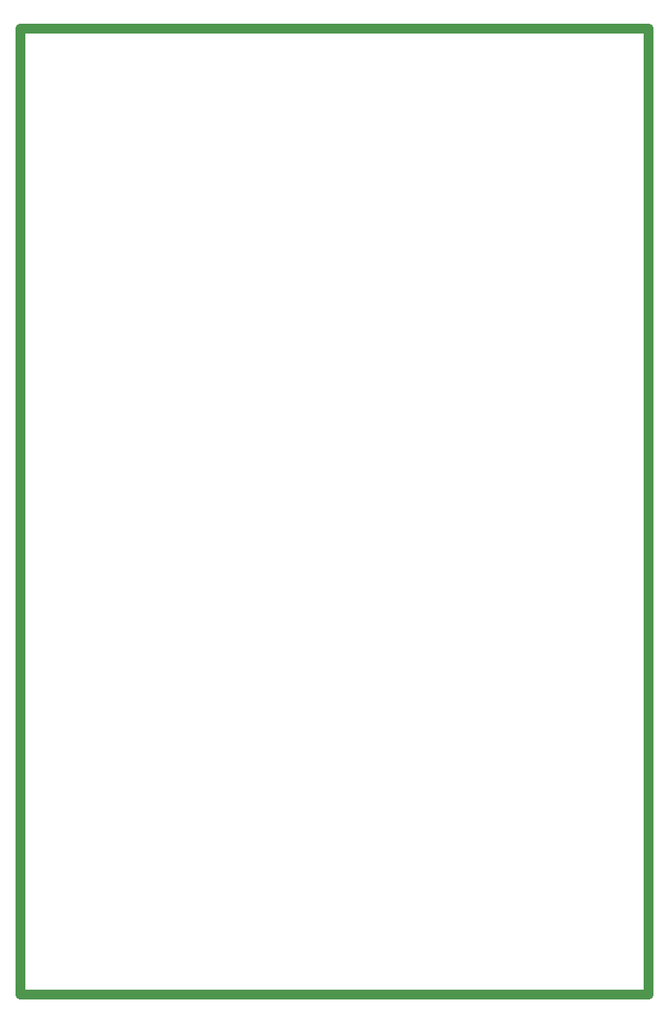
<source format=gm1>
G04 Layer_Color=16711935*
%FSLAX25Y25*%
%MOIN*%
G70*
G01*
G75*
%ADD105C,0.03937*%
D105*
X0Y0D02*
X255906D01*
Y393701D01*
X0Y0D02*
Y393701D01*
X255906D01*
M02*

</source>
